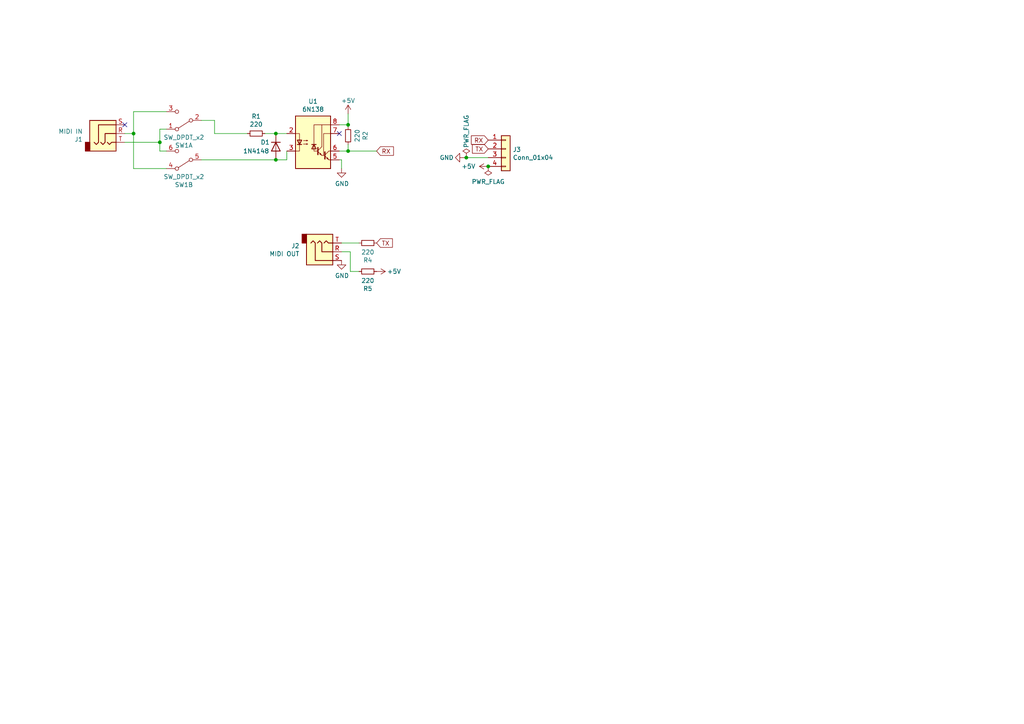
<source format=kicad_sch>
(kicad_sch (version 20211123) (generator eeschema)
  (paper "A4")
  (title_block (title "MIDI Breakout Module") (date "2023-01-30") (rev "v1.0") (company "Things Made Simple"))
  (lib_symbols
    (symbol "Connector:AudioJack3"
      (property "Reference" "J" (at 0 8.89 0))
      (property "Value" "AudioJack3" (at 0 6.35 0))
      (symbol "AudioJack3_0_1"
        (rectangle (start -5.08 -5.08) (end -6.35 -2.54) (stroke (width 0.254)) (fill (type outline)))
        (polyline (pts (xy 0 -2.54) (xy 0.635 -3.175) (xy 1.27 -2.54) (xy 2.54 -2.54)) (stroke (width 0.254)))
        (polyline (pts (xy -1.905 -2.54) (xy -1.27 -3.175) (xy -0.635 -2.54) (xy -0.635 0) (xy 2.54 0)) (stroke (width 0.254)))
        (polyline (pts (xy 2.54 2.54) (xy -2.54 2.54) (xy -2.54 -2.54) (xy -3.175 -3.175) (xy -3.81 -2.54)) (stroke (width 0.254)))
        (rectangle (start 2.54 3.81) (end -5.08 -5.08) (stroke (width 0.254)) (fill (type background)))
      )
      (symbol "AudioJack3_1_1"
        (pin passive line (at 5.08 0 180) (length 2.54) (name "~") (number "R"))
        (pin passive line (at 5.08 2.54 180) (length 2.54) (name "~") (number "S"))
        (pin passive line (at 5.08 -2.54 180) (length 2.54) (name "~") (number "T"))
      )
    )
    (symbol "Connector_Generic:Conn_01x04" (pin_names (offset 1.016) hide)
      (property "Reference" "J" (at 0 5.08 0))
      (property "Value" "Conn_01x04" (at 0 -7.62 0))
      (symbol "Conn_01x04_1_1"
        (rectangle (start -1.27 -4.953) (end 0 -5.207) (stroke (width 0.1524)))
        (rectangle (start -1.27 -2.413) (end 0 -2.667) (stroke (width 0.1524)))
        (rectangle (start -1.27 0.127) (end 0 -0.127) (stroke (width 0.1524)))
        (rectangle (start -1.27 2.667) (end 0 2.413) (stroke (width 0.1524)))
        (rectangle (start -1.27 3.81) (end 1.27 -6.35) (stroke (width 0.254)) (fill (type background)))
        (pin passive line (at -5.08 2.54 0) (length 3.81) (name "Pin_1") (number "1"))
        (pin passive line (at -5.08 0 0) (length 3.81) (name "Pin_2") (number "2"))
        (pin passive line (at -5.08 -2.54 0) (length 3.81) (name "Pin_3") (number "3"))
        (pin passive line (at -5.08 -5.08 0) (length 3.81) (name "Pin_4") (number "4"))
      )
    )
    (symbol "Device:R_Small" (pin_numbers hide) (pin_names (offset 0.254) hide)
      (property "Reference" "R" (at 0.762 0.508 0))
      (property "Value" "R_Small" (at 0.762 -1.016 0))
      (symbol "R_Small_0_1"
        (rectangle (start -0.762 1.778) (end 0.762 -1.778) (stroke (width 0.2032)))
      )
      (symbol "R_Small_1_1"
        (pin passive line (at 0 2.54 270) (length 0.762) (name "~") (number "1"))
        (pin passive line (at 0 -2.54 90) (length 0.762) (name "~") (number "2"))
      )
    )
    (symbol "Diode:1N4148" (pin_numbers hide) (pin_names hide)
      (property "Reference" "D" (at 0 2.54 0))
      (property "Value" "1N4148" (at 0 -2.54 0))
      (symbol "1N4148_0_1"
        (polyline (pts (xy -1.27 1.27) (xy -1.27 -1.27)) (stroke (width 0.254)))
        (polyline (pts (xy 1.27 0) (xy -1.27 0)))
        (polyline (pts (xy 1.27 1.27) (xy 1.27 -1.27) (xy -1.27 0) (xy 1.27 1.27)) (stroke (width 0.254)))
      )
      (symbol "1N4148_1_1"
        (pin passive line (at -3.81 0 0) (length 2.54) (name "K") (number "1"))
        (pin passive line (at 3.81 0 180) (length 2.54) (name "A") (number "2"))
      )
    )
    (symbol "Isolator:6N138" (pin_names (offset 1.016) hide)
      (property "Reference" "U" (at -4.064 8.89 0))
      (property "Value" "6N138" (at 2.286 8.89 0))
      (symbol "6N138_0_1"
        (rectangle (start -5.08 7.62) (end 5.08 -7.62) (stroke (width 0.254)) (fill (type background)))
        (polyline (pts (xy -4.572 -0.635) (xy -3.302 -0.635)) (stroke (width 0.254)))
        (polyline (pts (xy 0.889 -0.635) (xy -0.381 -0.635)) (stroke (width 0.254)))
        (polyline (pts (xy 1.397 -2.667) (xy 2.54 -3.81)))
        (polyline (pts (xy 1.397 -2.413) (xy 2.54 -1.27)))
        (polyline (pts (xy 2.54 -3.81) (xy 3.175 -3.81)))
        (polyline (pts (xy 3.429 -3.937) (xy 4.572 -5.08)))
        (polyline (pts (xy 3.429 -3.683) (xy 4.572 -2.54)))
        (polyline (pts (xy 4.572 -5.08) (xy 5.08 -5.08)))
        (polyline (pts (xy 4.572 -2.54) (xy 5.08 -2.54)))
        (polyline (pts (xy 1.397 -1.524) (xy 1.397 -3.556) (xy 1.397 -3.556)) (stroke (width 0.3556)))
        (polyline (pts (xy 2.54 -1.27) (xy 2.54 5.08) (xy 5.08 5.08)))
        (polyline (pts (xy 3.429 -2.794) (xy 3.429 -4.826) (xy 3.429 -4.826)) (stroke (width 0.3556)))
        (polyline (pts (xy 5.08 2.54) (xy 3.048 2.54) (xy 3.048 -3.81)))
        (polyline (pts (xy -5.08 -2.54) (xy -3.937 -2.54) (xy -3.937 2.54) (xy -5.08 2.54)))
        (polyline (pts (xy -3.937 -0.635) (xy -4.572 0.635) (xy -3.302 0.635) (xy -3.937 -0.635)) (stroke (width 0.254)))
        (polyline (pts (xy 0.254 -0.635) (xy 0.889 -1.905) (xy -0.381 -1.905) (xy 0.254 -0.635)) (stroke (width 0.254)))
        (polyline (pts (xy 1.27 -2.54) (xy 0.254 -2.54) (xy 0.254 5.08) (xy 2.54 5.08)))
        (polyline (pts (xy 2.413 -3.683) (xy 2.159 -3.175) (xy 1.905 -3.429) (xy 2.413 -3.683)))
        (polyline (pts (xy 4.445 -4.953) (xy 4.191 -4.445) (xy 3.937 -4.699) (xy 4.445 -4.953)))
        (polyline (pts (xy -2.794 -0.508) (xy -1.524 -0.508) (xy -1.905 -0.635) (xy -1.905 -0.381) (xy -1.524 -0.508)))
        (polyline (pts (xy -2.794 0.508) (xy -1.524 0.508) (xy -1.905 0.381) (xy -1.905 0.635) (xy -1.524 0.508)))
      )
      (symbol "6N138_1_1"
        (pin no_connect line (at -5.08 5.08 0) (length 2.54) hide (name "NC") (number "1"))
        (pin passive line (at -7.62 2.54 0) (length 2.54) (name "C1") (number "2"))
        (pin passive line (at -7.62 -2.54 0) (length 2.54) (name "C2") (number "3"))
        (pin no_connect line (at -5.08 -5.08 0) (length 2.54) hide (name "NC") (number "4"))
        (pin passive line (at 7.62 -5.08 180) (length 2.54) (name "GND") (number "5"))
        (pin passive line (at 7.62 -2.54 180) (length 2.54) (name "VO2") (number "6"))
        (pin passive line (at 7.62 2.54 180) (length 2.54) (name "VO1") (number "7"))
        (pin passive line (at 7.62 5.08 180) (length 2.54) (name "VCC") (number "8"))
      )
    )
    (symbol "Switch:SW_DPDT_x2" (pin_names (offset 0) hide)
      (property "Reference" "SW" (at 0 4.318 0))
      (property "Value" "SW_DPDT_x2" (at 0 -5.08 0))
      (symbol "SW_DPDT_x2_0_0"
        (circle (center -2.032 0) (radius 0.508))
        (circle (center 2.032 -2.54) (radius 0.508))
      )
      (symbol "SW_DPDT_x2_0_1"
        (polyline (pts (xy -1.524 0.254) (xy 1.651 2.286)))
        (circle (center 2.032 2.54) (radius 0.508))
      )
      (symbol "SW_DPDT_x2_1_1"
        (pin passive line (at 5.08 2.54 180) (length 2.54) (name "A") (number "1"))
        (pin passive line (at -5.08 0 0) (length 2.54) (name "B") (number "2"))
        (pin passive line (at 5.08 -2.54 180) (length 2.54) (name "C") (number "3"))
      )
      (symbol "SW_DPDT_x2_2_1"
        (pin passive line (at 5.08 2.54 180) (length 2.54) (name "A") (number "4"))
        (pin passive line (at -5.08 0 0) (length 2.54) (name "B") (number "5"))
        (pin passive line (at 5.08 -2.54 180) (length 2.54) (name "C") (number "6"))
      )
    )
    (symbol "power:+5V" (power) (pin_names (offset 0))
      (property "Value" "+5V" (at 0 3.556 0))
      (symbol "+5V_0_1"
        (polyline (pts (xy -0.762 1.27) (xy 0 2.54)))
        (polyline (pts (xy 0 0) (xy 0 2.54)))
        (polyline (pts (xy 0 2.54) (xy 0.762 1.27)))
      )
      (symbol "+5V_1_1"
        (pin power_in line (at 0 0 90) (length 0) hide (name "+5V") (number "1"))
      )
    )
    (symbol "power:GND" (power) (pin_names (offset 0))
      (property "Value" "GND" (at 0 -3.81 0))
      (symbol "GND_0_1"
        (polyline (pts (xy 0 0) (xy 0 -1.27) (xy 1.27 -1.27) (xy 0 -2.54) (xy -1.27 -1.27) (xy 0 -1.27)))
      )
      (symbol "GND_1_1"
        (pin power_in line (at 0 0 270) (length 0) hide (name "GND") (number "1"))
      )
    )
    (symbol "power:PWR_FLAG" (power) (pin_numbers hide) (pin_names (offset 0) hide)
      (property "Value" "PWR_FLAG" (at 0 3.81 0))
      (symbol "PWR_FLAG_0_0"
        (pin power_out line (at 0 0 90) (length 0) (name "pwr") (number "1"))
      )
      (symbol "PWR_FLAG_0_1"
        (polyline (pts (xy 0 0) (xy 0 1.27) (xy -1.016 1.905) (xy 0 2.54) (xy 1.016 1.905) (xy 0 1.27)))
      )
    )
  )
  (junction (at 80.01 38.735))
  (junction (at 135.255 45.72))
  (junction (at 141.605 48.26))
  (junction (at 100.965 43.815))
  (junction (at 38.735 38.735))
  (junction (at 46.355 41.275))
  (junction (at 100.965 36.195))
  (junction (at 80.01 46.355))
  (no_connect (at 36.195 36.195))
  (no_connect (at 98.425 38.735))
  (wire (pts (xy 46.355 41.275) (xy 46.355 37.465)))
  (wire (pts (xy 80.01 46.355) (xy 83.185 46.355)))
  (wire (pts (xy 38.735 38.735) (xy 38.735 48.895)))
  (wire (pts (xy 104.14 78.74) (xy 101.6 78.74)))
  (wire (pts (xy 100.965 41.91) (xy 100.965 43.815)))
  (wire (pts (xy 46.355 37.465) (xy 48.26 37.465)))
  (wire (pts (xy 98.425 43.815) (xy 100.965 43.815)))
  (wire (pts (xy 46.355 41.275) (xy 46.355 43.815)))
  (wire (pts (xy 83.185 38.735) (xy 80.01 38.735)))
  (wire (pts (xy 101.6 73.025) (xy 99.06 73.025)))
  (wire (pts (xy 100.965 36.83) (xy 100.965 36.195)))
  (wire (pts (xy 38.735 32.385) (xy 38.735 38.735)))
  (wire (pts (xy 100.965 36.195) (xy 100.965 33.02)))
  (wire (pts (xy 58.42 46.355) (xy 80.01 46.355)))
  (wire (pts (xy 71.755 38.735) (xy 62.23 38.735)))
  (wire (pts (xy 98.425 46.355) (xy 99.06 46.355)))
  (wire (pts (xy 134.62 45.72) (xy 135.255 45.72)))
  (wire (pts (xy 62.23 34.925) (xy 58.42 34.925)))
  (wire (pts (xy 104.14 70.485) (xy 99.06 70.485)))
  (wire (pts (xy 101.6 78.74) (xy 101.6 73.025)))
  (wire (pts (xy 83.185 46.355) (xy 83.185 43.815)))
  (wire (pts (xy 38.735 38.735) (xy 36.195 38.735)))
  (wire (pts (xy 38.735 32.385) (xy 48.26 32.385)))
  (wire (pts (xy 80.01 38.735) (xy 76.835 38.735)))
  (wire (pts (xy 100.965 43.815) (xy 109.22 43.815)))
  (wire (pts (xy 38.735 48.895) (xy 48.26 48.895)))
  (wire (pts (xy 62.23 38.735) (xy 62.23 34.925)))
  (wire (pts (xy 99.06 48.895) (xy 99.06 46.355)))
  (wire (pts (xy 46.355 43.815) (xy 48.26 43.815)))
  (wire (pts (xy 100.965 36.195) (xy 98.425 36.195)))
  (wire (pts (xy 36.195 41.275) (xy 46.355 41.275)))
  (wire (pts (xy 135.255 45.72) (xy 141.605 45.72)))
  (global_label "TX" (shape input) (at 109.22 70.485 0) (property "Intersheet References" "${INTERSHEET_REFS}" (effects hide)))
  (global_label "RX" (shape input) (at 141.605 40.64 180) (property "Intersheet References" "${INTERSHEET_REFS}" (effects hide)))
  (global_label "RX" (shape input) (at 109.22 43.815 0) (property "Intersheet References" "${INTERSHEET_REFS}" (effects hide)))
  (global_label "TX" (shape input) (at 141.605 43.18 180) (property "Intersheet References" "${INTERSHEET_REFS}" (effects hide)))
  (symbol (lib_id "Isolator:6N138") (at 90.805 41.275 0) (unit 1)
    (property "Reference" "U1" (at 90.805 29.4132 0))
    (property "Value" "6N138" (at 90.805 31.7246 0))
    (property "Footprint" "Package_DIP:DIP-8_W7.62mm_Socket_LongPads" (effects hide))
    (property "Datasheet" "http://www.onsemi.com/pub/Collateral/HCPL2731-D.pdf" (effects hide))
  )
  (symbol (lib_id "Switch:SW_DPDT_x2") (at 53.34 34.925 180) (unit 1)
    (property "Reference" "SW1" (at 53.34 42.164 0))
    (property "Value" "SW_DPDT_x2" (at 53.34 39.8526 0))
    (property "Footprint" "Button_Switch_THT:SW_E-Switch_EG1271_DPDT" (effects hide))
  )
  (symbol (lib_id "Device:R_Small") (at 106.68 70.485 90) (mirror x) (unit 1)
    (property "Reference" "R4" (at 106.68 75.4634 90))
    (property "Value" "220" (at 106.68 73.152 90))
    (property "Footprint" "Resistor_THT:R_Axial_DIN0207_L6.3mm_D2.5mm_P7.62mm_Horizontal" (effects hide))
  )
  (symbol (lib_id "Device:R_Small") (at 106.68 78.74 90) (mirror x) (unit 1)
    (property "Reference" "R5" (at 106.68 83.7184 90))
    (property "Value" "220" (at 106.68 81.407 90))
    (property "Footprint" "Resistor_THT:R_Axial_DIN0207_L6.3mm_D2.5mm_P7.62mm_Horizontal" (effects hide))
  )
  (symbol (lib_id "Connector:AudioJack3") (at 93.98 73.025 0) (mirror x) (unit 1)
    (property "Reference" "J2" (at 86.868 71.3232 0) (effects (justify right)))
    (property "Value" "MIDI OUT" (at 86.868 73.6346 0) (effects (justify right)))
    (property "Footprint" "_OscillatorParts:PJ392_3.5MM_Vertical" (effects hide))
  )
  (symbol (lib_id "power:GND") (at 99.06 75.565 0) (unit 1)
    (property "Reference" "#PWR0116" (effects hide))
    (property "Value" "GND" (at 99.187 79.9592 0))
  )
  (symbol (lib_id "Device:R_Small") (at 74.295 38.735 270) (mirror x) (unit 1)
    (property "Reference" "R1" (at 74.295 33.7566 90))
    (property "Value" "220" (at 74.295 36.068 90))
    (property "Footprint" "Resistor_THT:R_Axial_DIN0207_L6.3mm_D2.5mm_P7.62mm_Horizontal" (effects hide))
  )
  (symbol (lib_id "Diode:1N4148") (at 80.01 42.545 90) (mirror x) (unit 1)
    (property "Reference" "D1" (at 75.565 41.275 90) (effects (justify right)))
    (property "Value" "1N4148" (at 70.485 43.815 90) (effects (justify right)))
    (property "Footprint" "Diode_THT:D_DO-35_SOD27_P7.62mm_Horizontal" (effects hide))
    (property "Datasheet" "https://assets.nexperia.com/documents/data-sheet/1N4148_1N4448.pdf" (effects hide))
  )
  (symbol (lib_id "Connector:AudioJack3") (at 31.115 38.735 0) (unit 1)
    (property "Reference" "J1" (at 24.003 40.4368 0) (effects (justify right)))
    (property "Value" "MIDI IN" (at 24.003 38.1254 0) (effects (justify right)))
    (property "Footprint" "_OscillatorParts:PJ392_3.5MM_Vertical" (effects hide))
  )
  (symbol (lib_id "Device:R_Small") (at 100.965 39.37 0) (mirror x) (unit 1)
    (property "Reference" "R2" (at 105.9434 39.37 90))
    (property "Value" "220" (at 103.632 39.37 90))
    (property "Footprint" "Resistor_THT:R_Axial_DIN0207_L6.3mm_D2.5mm_P7.62mm_Horizontal" (effects hide))
  )
  (symbol (lib_id "power:GND") (at 99.06 48.895 0) (unit 1)
    (property "Reference" "#PWR0111" (effects hide))
    (property "Value" "GND" (at 99.187 53.2892 0))
  )
  (symbol (lib_id "power:+5V") (at 100.965 33.02 0) (unit 1)
    (property "Reference" "#PWR0112" (effects hide))
    (property "Value" "+5V" (at 100.965 29.21 0))
  )
  (symbol (lib_id "Switch:SW_DPDT_x2") (at 53.34 46.355 180) (unit 2)
    (property "Reference" "SW1" (at 53.34 53.594 0))
    (property "Value" "SW_DPDT_x2" (at 53.34 51.2826 0))
    (property "Footprint" "Button_Switch_THT:SW_E-Switch_EG1271_DPDT" (effects hide))
  )
  (symbol (lib_id "power:+5V") (at 109.22 78.74 270) (unit 1)
    (property "Reference" "#PWR0124" (effects hide))
    (property "Value" "+5V" (at 114.3 78.74 90))
  )
  (symbol (lib_id "Connector_Generic:Conn_01x04") (at 146.685 43.18 0) (unit 1)
    (property "Reference" "J3" (at 148.717 43.3832 0) (effects (justify left)))
    (property "Value" "Conn_01x04" (at 148.717 45.6946 0) (effects (justify left)))
    (property "Footprint" "Connector_PinHeader_2.54mm:PinHeader_1x04_P2.54mm_Vertical" (effects hide))
  )
  (symbol (lib_id "power:GND") (at 134.62 45.72 270) (unit 1)
    (property "Reference" "#PWR0101" (effects hide))
    (property "Value" "GND" (at 129.54 45.72 90))
  )
  (symbol (lib_id "power:+5V") (at 141.605 48.26 90) (unit 1)
    (property "Reference" "#PWR0102" (effects hide))
    (property "Value" "+5V" (at 135.89 48.26 90))
  )
  (symbol (lib_id "power:PWR_FLAG") (at 135.255 45.72 0) (unit 1)
    (property "Reference" "#FLG0101" (effects hide))
    (property "Value" "PWR_FLAG" (at 135.255 38.1 90))
  )
  (symbol (lib_id "power:PWR_FLAG") (at 141.605 48.26 180) (unit 1)
    (property "Reference" "#FLG0102" (effects hide))
    (property "Value" "PWR_FLAG" (at 141.605 52.705 0))
  )
)
</source>
